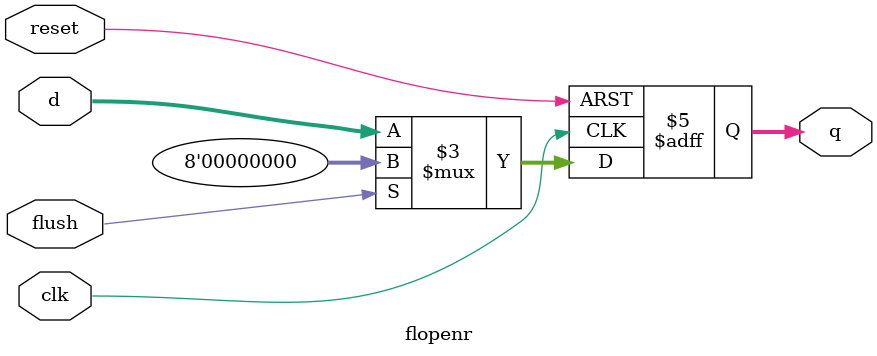
<source format=v>
`timescale 1ns / 1ps

module flopenr #(parameter WIDTH = 8) (
	input clk,
	input reset,
	input flush,
	input [WIDTH-1:0] d,
	output [WIDTH-1:0] q
);
	always @(posedge clk or posedge reset) begin
		if (reset)
			q <= 0;
		else if (flush)
			q <= 0;
		else
			q <= d;
	end
endmodule

</source>
